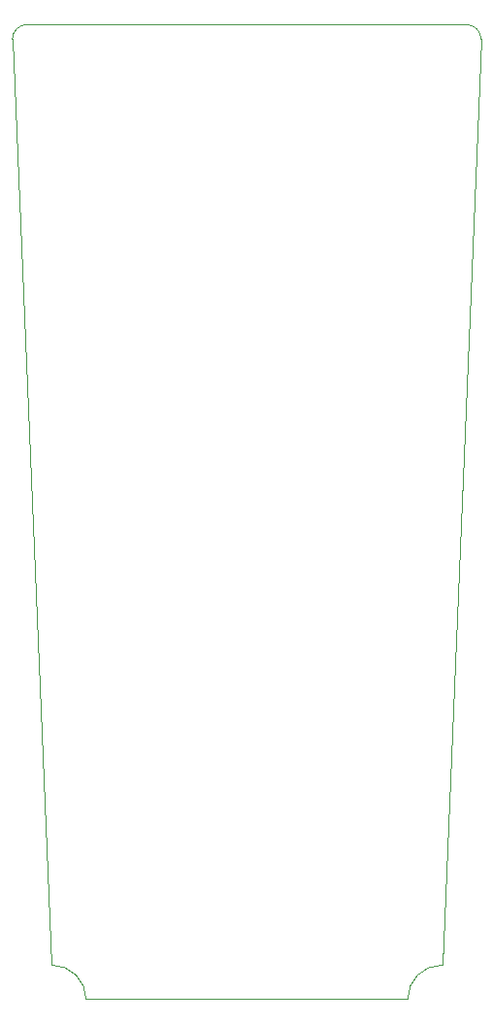
<source format=gbr>
%TF.GenerationSoftware,KiCad,Pcbnew,(7.0.0)*%
%TF.CreationDate,2023-03-18T07:41:40+03:00*%
%TF.ProjectId,StudioMic,53747564-696f-44d6-9963-2e6b69636164,1*%
%TF.SameCoordinates,Original*%
%TF.FileFunction,Profile,NP*%
%FSLAX46Y46*%
G04 Gerber Fmt 4.6, Leading zero omitted, Abs format (unit mm)*
G04 Created by KiCad (PCBNEW (7.0.0)) date 2023-03-18 07:41:40*
%MOMM*%
%LPD*%
G01*
G04 APERTURE LIST*
%TA.AperFunction,Profile*%
%ADD10C,0.100000*%
%TD*%
G04 APERTURE END LIST*
D10*
X169643615Y-130140653D02*
X169735615Y-130140653D01*
X138620616Y-133095115D02*
G75*
G03*
X135664384Y-130138884I-2956216J15D01*
G01*
X135664384Y-130138884D02*
X135572384Y-130138884D01*
X173092835Y-49373211D02*
G75*
G03*
X171816501Y-48096877I-1276334J0D01*
G01*
X133470225Y-48096877D02*
G75*
G03*
X132193891Y-49373211I0J-1276334D01*
G01*
X132193891Y-49373211D02*
X135572384Y-130138884D01*
X133470225Y-48096877D02*
X171816501Y-48096877D01*
X173092835Y-49373211D02*
X169735615Y-130140653D01*
X169643615Y-130140684D02*
G75*
G03*
X166687384Y-133096884I-15J-2956216D01*
G01*
X138620615Y-133095115D02*
X166687384Y-133096884D01*
M02*

</source>
